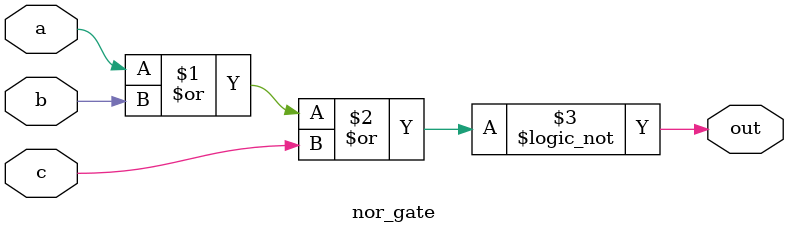
<source format=v>
module nor_gate(
    input a,
    input b,
    input c,
    output out
);

assign out = ! (a | b | c);

endmodule
</source>
